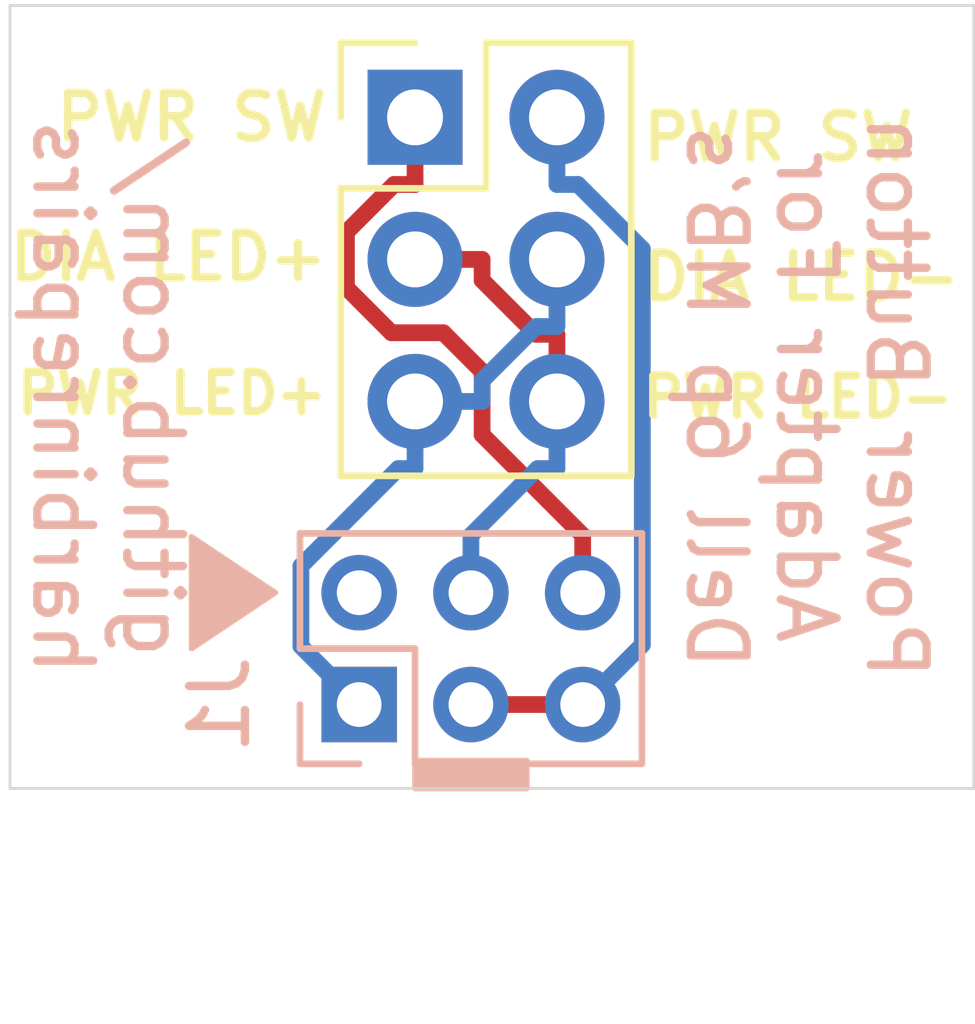
<source format=kicad_pcb>
(kicad_pcb (version 20171130) (host pcbnew "(5.1.0-0)")

  (general
    (thickness 1.6)
    (drawings 16)
    (tracks 36)
    (zones 0)
    (modules 2)
    (nets 6)
  )

  (page A4)
  (layers
    (0 F.Cu signal)
    (31 B.Cu signal)
    (32 B.Adhes user)
    (33 F.Adhes user)
    (34 B.Paste user)
    (35 F.Paste user)
    (36 B.SilkS user)
    (37 F.SilkS user)
    (38 B.Mask user)
    (39 F.Mask user)
    (40 Dwgs.User user)
    (41 Cmts.User user)
    (42 Eco1.User user)
    (43 Eco2.User user)
    (44 Edge.Cuts user)
    (45 Margin user)
    (46 B.CrtYd user)
    (47 F.CrtYd user)
    (48 B.Fab user)
    (49 F.Fab user)
  )

  (setup
    (last_trace_width 0.3)
    (trace_clearance 0.2)
    (zone_clearance 0.508)
    (zone_45_only no)
    (trace_min 0.2)
    (via_size 0.8)
    (via_drill 0.4)
    (via_min_size 0.4)
    (via_min_drill 0.3)
    (uvia_size 0.3)
    (uvia_drill 0.1)
    (uvias_allowed no)
    (uvia_min_size 0.2)
    (uvia_min_drill 0.1)
    (edge_width 0.05)
    (segment_width 0.2)
    (pcb_text_width 0.3)
    (pcb_text_size 1.5 1.5)
    (mod_edge_width 0.12)
    (mod_text_size 1 1)
    (mod_text_width 0.15)
    (pad_size 1.524 1.524)
    (pad_drill 0.762)
    (pad_to_mask_clearance 0.051)
    (solder_mask_min_width 0.25)
    (aux_axis_origin 0 0)
    (visible_elements FFFFFF7F)
    (pcbplotparams
      (layerselection 0x010f0_ffffffff)
      (usegerberextensions false)
      (usegerberattributes false)
      (usegerberadvancedattributes false)
      (creategerberjobfile false)
      (excludeedgelayer true)
      (linewidth 0.100000)
      (plotframeref false)
      (viasonmask false)
      (mode 1)
      (useauxorigin false)
      (hpglpennumber 1)
      (hpglpenspeed 20)
      (hpglpendiameter 15.000000)
      (psnegative false)
      (psa4output false)
      (plotreference true)
      (plotvalue true)
      (plotinvisibletext false)
      (padsonsilk false)
      (subtractmaskfromsilk false)
      (outputformat 1)
      (mirror false)
      (drillshape 0)
      (scaleselection 1)
      (outputdirectory ""))
  )

  (net 0 "")
  (net 1 POWER_SW_A)
  (net 2 DIAGNOSTIC_LED+)
  (net 3 DIAGNOSTIC_LED-)
  (net 4 POWER_SW_B)
  (net 5 "Net-(J1-Pad2)")

  (net_class Default "This is the default net class."
    (clearance 0.2)
    (trace_width 0.3)
    (via_dia 0.8)
    (via_drill 0.4)
    (uvia_dia 0.3)
    (uvia_drill 0.1)
    (add_net DIAGNOSTIC_LED+)
    (add_net DIAGNOSTIC_LED-)
    (add_net "Net-(J1-Pad2)")
    (add_net POWER_SW_A)
    (add_net POWER_SW_B)
  )

  (module Connector_PinSocket_2.00mm:PinSocket_2x03_P2.00mm_Vertical (layer B.Cu) (tedit 5A19A428) (tstamp 5D453489)
    (at 159.5 99 270)
    (descr "Through hole straight socket strip, 2x03, 2.00mm pitch, double cols (from Kicad 4.0.7), script generated")
    (tags "Through hole socket strip THT 2x03 2.00mm double row")
    (path /5D44F1CB)
    (fp_text reference J1 (at 0 2.5 270) (layer B.SilkS)
      (effects (font (size 1 1) (thickness 0.15)) (justify mirror))
    )
    (fp_text value "Dell Connector" (at 0 -6 270) (layer B.Fab)
      (effects (font (size 1 1) (thickness 0.15)) (justify mirror))
    )
    (fp_line (start -3 1) (end 0 1) (layer B.Fab) (width 0.1))
    (fp_line (start 0 1) (end 1 0) (layer B.Fab) (width 0.1))
    (fp_line (start 1 0) (end 1 -5) (layer B.Fab) (width 0.1))
    (fp_line (start 1 -5) (end -3 -5) (layer B.Fab) (width 0.1))
    (fp_line (start -3 -5) (end -3 1) (layer B.Fab) (width 0.1))
    (fp_line (start -3.06 1.06) (end -1 1.06) (layer B.SilkS) (width 0.12))
    (fp_line (start -3.06 1.06) (end -3.06 -5.06) (layer B.SilkS) (width 0.12))
    (fp_line (start -3.06 -5.06) (end 1.06 -5.06) (layer B.SilkS) (width 0.12))
    (fp_line (start 1.06 -1) (end 1.06 -5.06) (layer B.SilkS) (width 0.12))
    (fp_line (start -1 -1) (end 1.06 -1) (layer B.SilkS) (width 0.12))
    (fp_line (start -1 1.06) (end -1 -1) (layer B.SilkS) (width 0.12))
    (fp_line (start 1.06 1.06) (end 1.06 0) (layer B.SilkS) (width 0.12))
    (fp_line (start 0 1.06) (end 1.06 1.06) (layer B.SilkS) (width 0.12))
    (fp_line (start -3.5 1.5) (end 1.5 1.5) (layer B.CrtYd) (width 0.05))
    (fp_line (start 1.5 1.5) (end 1.5 -5.5) (layer B.CrtYd) (width 0.05))
    (fp_line (start 1.5 -5.5) (end -3.5 -5.5) (layer B.CrtYd) (width 0.05))
    (fp_line (start -3.5 -5.5) (end -3.5 1.5) (layer B.CrtYd) (width 0.05))
    (fp_text user %R (at -1 -2 180) (layer B.Fab)
      (effects (font (size 1 1) (thickness 0.15)) (justify mirror))
    )
    (pad 1 thru_hole rect (at 0 0 270) (size 1.35 1.35) (drill 0.8) (layers *.Cu *.Mask)
      (net 3 DIAGNOSTIC_LED-))
    (pad 2 thru_hole oval (at -2 0 270) (size 1.35 1.35) (drill 0.8) (layers *.Cu *.Mask)
      (net 5 "Net-(J1-Pad2)"))
    (pad 3 thru_hole oval (at 0 -2 270) (size 1.35 1.35) (drill 0.8) (layers *.Cu *.Mask)
      (net 4 POWER_SW_B))
    (pad 4 thru_hole oval (at -2 -2 270) (size 1.35 1.35) (drill 0.8) (layers *.Cu *.Mask)
      (net 2 DIAGNOSTIC_LED+))
    (pad 5 thru_hole oval (at 0 -4 270) (size 1.35 1.35) (drill 0.8) (layers *.Cu *.Mask)
      (net 4 POWER_SW_B))
    (pad 6 thru_hole oval (at -2 -4 270) (size 1.35 1.35) (drill 0.8) (layers *.Cu *.Mask)
      (net 1 POWER_SW_A))
    (model ${KISYS3DMOD}/Connector_PinSocket_2.00mm.3dshapes/PinSocket_2x03_P2.00mm_Vertical.wrl
      (at (xyz 0 0 0))
      (scale (xyz 1 1 1))
      (rotate (xyz 0 0 0))
    )
  )

  (module Connector_PinHeader_2.54mm:PinHeader_2x03_P2.54mm_Vertical (layer F.Cu) (tedit 59FED5CC) (tstamp 5D453720)
    (at 160.5 88.5)
    (descr "Through hole straight pin header, 2x03, 2.54mm pitch, double rows")
    (tags "Through hole pin header THT 2x03 2.54mm double row")
    (path /5D44D227)
    (fp_text reference J2 (at -3 -1.25) (layer B.Fab)
      (effects (font (size 1 1) (thickness 0.15)) (justify mirror))
    )
    (fp_text value "2.54mm Panel Header" (at 1.27 7.41) (layer F.Fab)
      (effects (font (size 1 1) (thickness 0.15)))
    )
    (fp_line (start 0 -1.27) (end 3.81 -1.27) (layer F.Fab) (width 0.1))
    (fp_line (start 3.81 -1.27) (end 3.81 6.35) (layer F.Fab) (width 0.1))
    (fp_line (start 3.81 6.35) (end -1.27 6.35) (layer F.Fab) (width 0.1))
    (fp_line (start -1.27 6.35) (end -1.27 0) (layer F.Fab) (width 0.1))
    (fp_line (start -1.27 0) (end 0 -1.27) (layer F.Fab) (width 0.1))
    (fp_line (start -1.33 6.41) (end 3.87 6.41) (layer F.SilkS) (width 0.12))
    (fp_line (start -1.33 1.27) (end -1.33 6.41) (layer F.SilkS) (width 0.12))
    (fp_line (start 3.87 -1.33) (end 3.87 6.41) (layer F.SilkS) (width 0.12))
    (fp_line (start -1.33 1.27) (end 1.27 1.27) (layer F.SilkS) (width 0.12))
    (fp_line (start 1.27 1.27) (end 1.27 -1.33) (layer F.SilkS) (width 0.12))
    (fp_line (start 1.27 -1.33) (end 3.87 -1.33) (layer F.SilkS) (width 0.12))
    (fp_line (start -1.33 0) (end -1.33 -1.33) (layer F.SilkS) (width 0.12))
    (fp_line (start -1.33 -1.33) (end 0 -1.33) (layer F.SilkS) (width 0.12))
    (fp_line (start -1.8 -1.8) (end -1.8 6.85) (layer F.CrtYd) (width 0.05))
    (fp_line (start -1.8 6.85) (end 4.35 6.85) (layer F.CrtYd) (width 0.05))
    (fp_line (start 4.35 6.85) (end 4.35 -1.8) (layer F.CrtYd) (width 0.05))
    (fp_line (start 4.35 -1.8) (end -1.8 -1.8) (layer F.CrtYd) (width 0.05))
    (fp_text user %R (at 1.27 2.54 90) (layer F.Fab)
      (effects (font (size 1 1) (thickness 0.15)))
    )
    (pad 1 thru_hole rect (at 0 0) (size 1.7 1.7) (drill 1) (layers *.Cu *.Mask)
      (net 1 POWER_SW_A))
    (pad 2 thru_hole oval (at 2.54 0) (size 1.7 1.7) (drill 1) (layers *.Cu *.Mask)
      (net 4 POWER_SW_B))
    (pad 3 thru_hole oval (at 0 2.54) (size 1.7 1.7) (drill 1) (layers *.Cu *.Mask)
      (net 2 DIAGNOSTIC_LED+))
    (pad 4 thru_hole oval (at 2.54 2.54) (size 1.7 1.7) (drill 1) (layers *.Cu *.Mask)
      (net 3 DIAGNOSTIC_LED-))
    (pad 5 thru_hole oval (at 0 5.08) (size 1.7 1.7) (drill 1) (layers *.Cu *.Mask)
      (net 3 DIAGNOSTIC_LED-))
    (pad 6 thru_hole oval (at 2.54 5.08) (size 1.7 1.7) (drill 1) (layers *.Cu *.Mask)
      (net 2 DIAGNOSTIC_LED+))
    (model ${KISYS3DMOD}/Connector_PinHeader_2.54mm.3dshapes/PinHeader_2x03_P2.54mm_Vertical.wrl
      (at (xyz 0 0 0))
      (scale (xyz 1 1 1))
      (rotate (xyz 0 0 0))
    )
  )

  (gr_text "github.com/\nharbinrepairs" (at 155 93.5 270) (layer B.SilkS) (tstamp 5D4D61BD)
    (effects (font (size 1 1) (thickness 0.15)) (justify mirror))
  )
  (gr_poly (pts (xy 160.5 100.5) (xy 160.5 100) (xy 162.5 100) (xy 162.5 100.5)) (layer B.SilkS) (width 0.1) (tstamp 5D454AA7))
  (gr_poly (pts (xy 160.5 100) (xy 160.5 100.5) (xy 162.5 100.5) (xy 162.5 100)) (layer F.SilkS) (width 0.1))
  (gr_poly (pts (xy 158 97) (xy 156.5 98) (xy 156.5 96)) (layer B.SilkS) (width 0.1) (tstamp 5D454A36))
  (gr_poly (pts (xy 158 97) (xy 156.5 96) (xy 156.5 98)) (layer F.SilkS) (width 0.1) (tstamp 5D454A36))
  (gr_text "Power Button\nAdapter For\nDell 6p MB’s" (at 167.5 93.5 270) (layer B.SilkS)
    (effects (font (size 1 1) (thickness 0.15)) (justify mirror))
  )
  (gr_line (start 153.25 100.5) (end 153.25 86.5) (layer Edge.Cuts) (width 0.05) (tstamp 5D453EEE))
  (gr_line (start 170.5 100.5) (end 153.25 100.5) (layer Edge.Cuts) (width 0.05))
  (gr_line (start 170.5 86.5) (end 170.5 100.5) (layer Edge.Cuts) (width 0.05))
  (gr_line (start 153.25 86.5) (end 170.5 86.5) (layer Edge.Cuts) (width 0.05))
  (gr_text "PWR LED+\n\n" (at 159 94) (layer F.SilkS) (tstamp 5D453CD4)
    (effects (font (size 0.7 0.7) (thickness 0.15)) (justify right))
  )
  (gr_text "PWR LED-" (at 164.5 93.5) (layer F.SilkS) (tstamp 5D453CD4)
    (effects (font (size 0.7 0.7) (thickness 0.15)) (justify left))
  )
  (gr_text "DIA LED-\n\n" (at 164.5 92) (layer F.SilkS) (tstamp 5D453CD4)
    (effects (font (size 0.8 0.8) (thickness 0.15)) (justify left))
  )
  (gr_text "DIA LED+" (at 159 91) (layer F.SilkS) (tstamp 5D453CD4)
    (effects (font (size 0.8 0.8) (thickness 0.15)) (justify right))
  )
  (gr_text "PWR SW\n" (at 159 88.5) (layer F.SilkS) (tstamp 5D453CD4)
    (effects (font (size 0.8 0.8) (thickness 0.15)) (justify right))
  )
  (gr_text "PWR SW\n\n" (at 164.5 89.5) (layer F.SilkS) (tstamp 5D453D1F)
    (effects (font (size 0.8 0.8) (thickness 0.15)) (justify left))
  )

  (segment (start 163.5 97) (end 163.5 95.9747) (width 0.3) (layer F.Cu) (net 1))
  (segment (start 160.5 88.5) (end 160.5 89.7003) (width 0.3) (layer F.Cu) (net 1))
  (segment (start 160.5 89.7003) (end 160.1249 89.7003) (width 0.3) (layer F.Cu) (net 1))
  (segment (start 160.1249 89.7003) (end 159.2722 90.553) (width 0.3) (layer F.Cu) (net 1))
  (segment (start 159.2722 90.553) (end 159.2722 91.5472) (width 0.3) (layer F.Cu) (net 1))
  (segment (start 159.2722 91.5472) (end 160.0765 92.3515) (width 0.3) (layer F.Cu) (net 1))
  (segment (start 160.0765 92.3515) (end 161.0071 92.3515) (width 0.3) (layer F.Cu) (net 1))
  (segment (start 161.0071 92.3515) (end 161.7004 93.0448) (width 0.3) (layer F.Cu) (net 1))
  (segment (start 161.7004 93.0448) (end 161.7004 94.1751) (width 0.3) (layer F.Cu) (net 1))
  (segment (start 161.7004 94.1751) (end 163.5 95.9747) (width 0.3) (layer F.Cu) (net 1))
  (segment (start 163.04 93.58) (end 163.04 92.3797) (width 0.3) (layer F.Cu) (net 2))
  (segment (start 160.5 91.04) (end 161.7003 91.04) (width 0.3) (layer F.Cu) (net 2))
  (segment (start 161.7003 91.04) (end 161.7003 91.4131) (width 0.3) (layer F.Cu) (net 2))
  (segment (start 161.7003 91.4131) (end 162.6669 92.3797) (width 0.3) (layer F.Cu) (net 2))
  (segment (start 162.6669 92.3797) (end 163.04 92.3797) (width 0.3) (layer F.Cu) (net 2))
  (segment (start 163.04 93.58) (end 163.04 94.7803) (width 0.3) (layer B.Cu) (net 2))
  (segment (start 161.5 97) (end 161.5 95.9747) (width 0.3) (layer B.Cu) (net 2))
  (segment (start 163.04 94.7803) (end 162.6944 94.7803) (width 0.3) (layer B.Cu) (net 2))
  (segment (start 162.6944 94.7803) (end 161.5 95.9747) (width 0.3) (layer B.Cu) (net 2))
  (segment (start 160.5 93.58) (end 160.5 94.7803) (width 0.3) (layer B.Cu) (net 3))
  (segment (start 160.5 94.7803) (end 160.1999 94.7803) (width 0.3) (layer B.Cu) (net 3))
  (segment (start 160.1999 94.7803) (end 158.4577 96.5225) (width 0.3) (layer B.Cu) (net 3))
  (segment (start 158.4577 96.5225) (end 158.4577 97.9577) (width 0.3) (layer B.Cu) (net 3))
  (segment (start 158.4577 97.9577) (end 159.5 99) (width 0.3) (layer B.Cu) (net 3))
  (segment (start 160.6125 93.58) (end 160.5 93.58) (width 0.3) (layer B.Cu) (net 3))
  (segment (start 160.6125 93.58) (end 161.7003 93.58) (width 0.3) (layer B.Cu) (net 3))
  (segment (start 163.04 91.04) (end 163.04 92.2403) (width 0.3) (layer B.Cu) (net 3))
  (segment (start 161.7003 93.58) (end 161.7003 93.2069) (width 0.3) (layer B.Cu) (net 3))
  (segment (start 161.7003 93.2069) (end 162.6669 92.2403) (width 0.3) (layer B.Cu) (net 3))
  (segment (start 162.6669 92.2403) (end 163.04 92.2403) (width 0.3) (layer B.Cu) (net 3))
  (segment (start 163.5 99) (end 161.5 99) (width 0.3) (layer F.Cu) (net 4))
  (segment (start 163.04 88.5) (end 163.04 89.7003) (width 0.3) (layer B.Cu) (net 4))
  (segment (start 163.04 89.7003) (end 163.4151 89.7003) (width 0.3) (layer B.Cu) (net 4))
  (segment (start 163.4151 89.7003) (end 164.5677 90.8529) (width 0.3) (layer B.Cu) (net 4))
  (segment (start 164.5677 90.8529) (end 164.5677 97.9323) (width 0.3) (layer B.Cu) (net 4))
  (segment (start 164.5677 97.9323) (end 163.5 99) (width 0.3) (layer B.Cu) (net 4))

)

</source>
